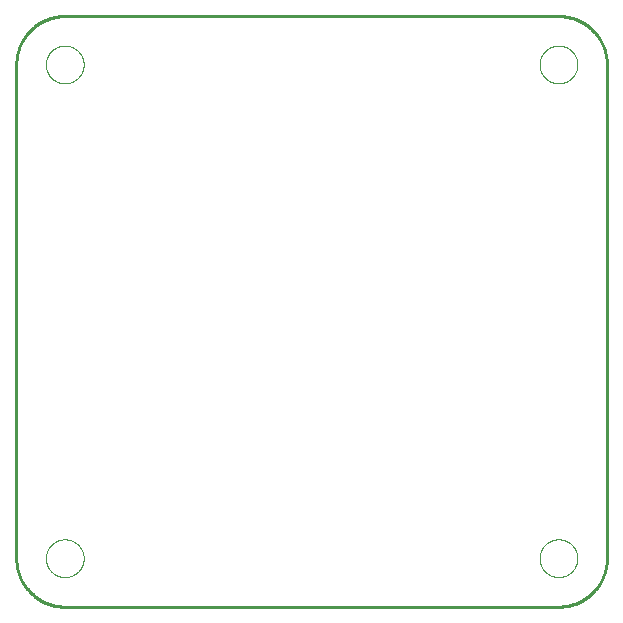
<source format=gbp>
G75*
%MOIN*%
%OFA0B0*%
%FSLAX25Y25*%
%IPPOS*%
%LPD*%
%AMOC8*
5,1,8,0,0,1.08239X$1,22.5*
%
%ADD10C,0.01000*%
%ADD11C,0.00000*%
D10*
X0016067Y0027183D02*
X0016067Y0191750D01*
X0016072Y0192140D01*
X0016086Y0192530D01*
X0016109Y0192919D01*
X0016142Y0193308D01*
X0016185Y0193696D01*
X0016236Y0194082D01*
X0016297Y0194468D01*
X0016368Y0194851D01*
X0016447Y0195233D01*
X0016536Y0195613D01*
X0016634Y0195991D01*
X0016741Y0196366D01*
X0016857Y0196738D01*
X0016982Y0197108D01*
X0017116Y0197474D01*
X0017259Y0197837D01*
X0017410Y0198197D01*
X0017570Y0198552D01*
X0017739Y0198904D01*
X0017916Y0199252D01*
X0018101Y0199595D01*
X0018295Y0199933D01*
X0018497Y0200267D01*
X0018707Y0200596D01*
X0018924Y0200920D01*
X0019150Y0201238D01*
X0019383Y0201551D01*
X0019623Y0201858D01*
X0019871Y0202159D01*
X0020127Y0202454D01*
X0020389Y0202743D01*
X0020658Y0203025D01*
X0020934Y0203301D01*
X0021216Y0203570D01*
X0021505Y0203832D01*
X0021800Y0204088D01*
X0022101Y0204336D01*
X0022408Y0204576D01*
X0022721Y0204809D01*
X0023039Y0205035D01*
X0023363Y0205252D01*
X0023692Y0205462D01*
X0024026Y0205664D01*
X0024364Y0205858D01*
X0024707Y0206043D01*
X0025055Y0206220D01*
X0025407Y0206389D01*
X0025762Y0206549D01*
X0026122Y0206700D01*
X0026485Y0206843D01*
X0026851Y0206977D01*
X0027221Y0207102D01*
X0027593Y0207218D01*
X0027968Y0207325D01*
X0028346Y0207423D01*
X0028726Y0207512D01*
X0029108Y0207591D01*
X0029491Y0207662D01*
X0029877Y0207723D01*
X0030263Y0207774D01*
X0030651Y0207817D01*
X0031040Y0207850D01*
X0031429Y0207873D01*
X0031819Y0207887D01*
X0032209Y0207892D01*
X0196776Y0207892D01*
X0197166Y0207887D01*
X0197556Y0207873D01*
X0197945Y0207850D01*
X0198334Y0207817D01*
X0198722Y0207774D01*
X0199108Y0207723D01*
X0199494Y0207662D01*
X0199877Y0207591D01*
X0200259Y0207512D01*
X0200639Y0207423D01*
X0201017Y0207325D01*
X0201392Y0207218D01*
X0201764Y0207102D01*
X0202134Y0206977D01*
X0202500Y0206843D01*
X0202863Y0206700D01*
X0203223Y0206549D01*
X0203578Y0206389D01*
X0203930Y0206220D01*
X0204278Y0206043D01*
X0204621Y0205858D01*
X0204959Y0205664D01*
X0205293Y0205462D01*
X0205622Y0205252D01*
X0205946Y0205035D01*
X0206264Y0204809D01*
X0206577Y0204576D01*
X0206884Y0204336D01*
X0207185Y0204088D01*
X0207480Y0203832D01*
X0207769Y0203570D01*
X0208051Y0203301D01*
X0208327Y0203025D01*
X0208596Y0202743D01*
X0208858Y0202454D01*
X0209114Y0202159D01*
X0209362Y0201858D01*
X0209602Y0201551D01*
X0209835Y0201238D01*
X0210061Y0200920D01*
X0210278Y0200596D01*
X0210488Y0200267D01*
X0210690Y0199933D01*
X0210884Y0199595D01*
X0211069Y0199252D01*
X0211246Y0198904D01*
X0211415Y0198552D01*
X0211575Y0198197D01*
X0211726Y0197837D01*
X0211869Y0197474D01*
X0212003Y0197108D01*
X0212128Y0196738D01*
X0212244Y0196366D01*
X0212351Y0195991D01*
X0212449Y0195613D01*
X0212538Y0195233D01*
X0212617Y0194851D01*
X0212688Y0194468D01*
X0212749Y0194082D01*
X0212800Y0193696D01*
X0212843Y0193308D01*
X0212876Y0192919D01*
X0212899Y0192530D01*
X0212913Y0192140D01*
X0212918Y0191750D01*
X0212917Y0191750D02*
X0212917Y0027183D01*
X0212918Y0027183D02*
X0212913Y0026793D01*
X0212899Y0026403D01*
X0212876Y0026014D01*
X0212843Y0025625D01*
X0212800Y0025237D01*
X0212749Y0024851D01*
X0212688Y0024465D01*
X0212617Y0024082D01*
X0212538Y0023700D01*
X0212449Y0023320D01*
X0212351Y0022942D01*
X0212244Y0022567D01*
X0212128Y0022195D01*
X0212003Y0021825D01*
X0211869Y0021459D01*
X0211726Y0021096D01*
X0211575Y0020736D01*
X0211415Y0020381D01*
X0211246Y0020029D01*
X0211069Y0019681D01*
X0210884Y0019338D01*
X0210690Y0019000D01*
X0210488Y0018666D01*
X0210278Y0018337D01*
X0210061Y0018013D01*
X0209835Y0017695D01*
X0209602Y0017382D01*
X0209362Y0017075D01*
X0209114Y0016774D01*
X0208858Y0016479D01*
X0208596Y0016190D01*
X0208327Y0015908D01*
X0208051Y0015632D01*
X0207769Y0015363D01*
X0207480Y0015101D01*
X0207185Y0014845D01*
X0206884Y0014597D01*
X0206577Y0014357D01*
X0206264Y0014124D01*
X0205946Y0013898D01*
X0205622Y0013681D01*
X0205293Y0013471D01*
X0204959Y0013269D01*
X0204621Y0013075D01*
X0204278Y0012890D01*
X0203930Y0012713D01*
X0203578Y0012544D01*
X0203223Y0012384D01*
X0202863Y0012233D01*
X0202500Y0012090D01*
X0202134Y0011956D01*
X0201764Y0011831D01*
X0201392Y0011715D01*
X0201017Y0011608D01*
X0200639Y0011510D01*
X0200259Y0011421D01*
X0199877Y0011342D01*
X0199494Y0011271D01*
X0199108Y0011210D01*
X0198722Y0011159D01*
X0198334Y0011116D01*
X0197945Y0011083D01*
X0197556Y0011060D01*
X0197166Y0011046D01*
X0196776Y0011041D01*
X0032209Y0011041D01*
X0031819Y0011046D01*
X0031429Y0011060D01*
X0031040Y0011083D01*
X0030651Y0011116D01*
X0030263Y0011159D01*
X0029877Y0011210D01*
X0029491Y0011271D01*
X0029108Y0011342D01*
X0028726Y0011421D01*
X0028346Y0011510D01*
X0027968Y0011608D01*
X0027593Y0011715D01*
X0027221Y0011831D01*
X0026851Y0011956D01*
X0026485Y0012090D01*
X0026122Y0012233D01*
X0025762Y0012384D01*
X0025407Y0012544D01*
X0025055Y0012713D01*
X0024707Y0012890D01*
X0024364Y0013075D01*
X0024026Y0013269D01*
X0023692Y0013471D01*
X0023363Y0013681D01*
X0023039Y0013898D01*
X0022721Y0014124D01*
X0022408Y0014357D01*
X0022101Y0014597D01*
X0021800Y0014845D01*
X0021505Y0015101D01*
X0021216Y0015363D01*
X0020934Y0015632D01*
X0020658Y0015908D01*
X0020389Y0016190D01*
X0020127Y0016479D01*
X0019871Y0016774D01*
X0019623Y0017075D01*
X0019383Y0017382D01*
X0019150Y0017695D01*
X0018924Y0018013D01*
X0018707Y0018337D01*
X0018497Y0018666D01*
X0018295Y0019000D01*
X0018101Y0019338D01*
X0017916Y0019681D01*
X0017739Y0020029D01*
X0017570Y0020381D01*
X0017410Y0020736D01*
X0017259Y0021096D01*
X0017116Y0021459D01*
X0016982Y0021825D01*
X0016857Y0022195D01*
X0016741Y0022567D01*
X0016634Y0022942D01*
X0016536Y0023320D01*
X0016447Y0023700D01*
X0016368Y0024082D01*
X0016297Y0024465D01*
X0016236Y0024851D01*
X0016185Y0025237D01*
X0016142Y0025625D01*
X0016109Y0026014D01*
X0016086Y0026403D01*
X0016072Y0026793D01*
X0016067Y0027183D01*
D11*
X0025910Y0027183D02*
X0025912Y0027341D01*
X0025918Y0027499D01*
X0025928Y0027657D01*
X0025942Y0027815D01*
X0025960Y0027972D01*
X0025981Y0028129D01*
X0026007Y0028285D01*
X0026037Y0028441D01*
X0026070Y0028596D01*
X0026108Y0028749D01*
X0026149Y0028902D01*
X0026194Y0029054D01*
X0026243Y0029205D01*
X0026296Y0029354D01*
X0026352Y0029502D01*
X0026412Y0029648D01*
X0026476Y0029793D01*
X0026544Y0029936D01*
X0026615Y0030078D01*
X0026689Y0030218D01*
X0026767Y0030355D01*
X0026849Y0030491D01*
X0026933Y0030625D01*
X0027022Y0030756D01*
X0027113Y0030885D01*
X0027208Y0031012D01*
X0027305Y0031137D01*
X0027406Y0031259D01*
X0027510Y0031378D01*
X0027617Y0031495D01*
X0027727Y0031609D01*
X0027840Y0031720D01*
X0027955Y0031829D01*
X0028073Y0031934D01*
X0028194Y0032036D01*
X0028317Y0032136D01*
X0028443Y0032232D01*
X0028571Y0032325D01*
X0028701Y0032415D01*
X0028834Y0032501D01*
X0028969Y0032585D01*
X0029105Y0032664D01*
X0029244Y0032741D01*
X0029385Y0032813D01*
X0029527Y0032883D01*
X0029671Y0032948D01*
X0029817Y0033010D01*
X0029964Y0033068D01*
X0030113Y0033123D01*
X0030263Y0033174D01*
X0030414Y0033221D01*
X0030566Y0033264D01*
X0030719Y0033303D01*
X0030874Y0033339D01*
X0031029Y0033370D01*
X0031185Y0033398D01*
X0031341Y0033422D01*
X0031498Y0033442D01*
X0031656Y0033458D01*
X0031813Y0033470D01*
X0031972Y0033478D01*
X0032130Y0033482D01*
X0032288Y0033482D01*
X0032446Y0033478D01*
X0032605Y0033470D01*
X0032762Y0033458D01*
X0032920Y0033442D01*
X0033077Y0033422D01*
X0033233Y0033398D01*
X0033389Y0033370D01*
X0033544Y0033339D01*
X0033699Y0033303D01*
X0033852Y0033264D01*
X0034004Y0033221D01*
X0034155Y0033174D01*
X0034305Y0033123D01*
X0034454Y0033068D01*
X0034601Y0033010D01*
X0034747Y0032948D01*
X0034891Y0032883D01*
X0035033Y0032813D01*
X0035174Y0032741D01*
X0035313Y0032664D01*
X0035449Y0032585D01*
X0035584Y0032501D01*
X0035717Y0032415D01*
X0035847Y0032325D01*
X0035975Y0032232D01*
X0036101Y0032136D01*
X0036224Y0032036D01*
X0036345Y0031934D01*
X0036463Y0031829D01*
X0036578Y0031720D01*
X0036691Y0031609D01*
X0036801Y0031495D01*
X0036908Y0031378D01*
X0037012Y0031259D01*
X0037113Y0031137D01*
X0037210Y0031012D01*
X0037305Y0030885D01*
X0037396Y0030756D01*
X0037485Y0030625D01*
X0037569Y0030491D01*
X0037651Y0030355D01*
X0037729Y0030218D01*
X0037803Y0030078D01*
X0037874Y0029936D01*
X0037942Y0029793D01*
X0038006Y0029648D01*
X0038066Y0029502D01*
X0038122Y0029354D01*
X0038175Y0029205D01*
X0038224Y0029054D01*
X0038269Y0028902D01*
X0038310Y0028749D01*
X0038348Y0028596D01*
X0038381Y0028441D01*
X0038411Y0028285D01*
X0038437Y0028129D01*
X0038458Y0027972D01*
X0038476Y0027815D01*
X0038490Y0027657D01*
X0038500Y0027499D01*
X0038506Y0027341D01*
X0038508Y0027183D01*
X0038506Y0027025D01*
X0038500Y0026867D01*
X0038490Y0026709D01*
X0038476Y0026551D01*
X0038458Y0026394D01*
X0038437Y0026237D01*
X0038411Y0026081D01*
X0038381Y0025925D01*
X0038348Y0025770D01*
X0038310Y0025617D01*
X0038269Y0025464D01*
X0038224Y0025312D01*
X0038175Y0025161D01*
X0038122Y0025012D01*
X0038066Y0024864D01*
X0038006Y0024718D01*
X0037942Y0024573D01*
X0037874Y0024430D01*
X0037803Y0024288D01*
X0037729Y0024148D01*
X0037651Y0024011D01*
X0037569Y0023875D01*
X0037485Y0023741D01*
X0037396Y0023610D01*
X0037305Y0023481D01*
X0037210Y0023354D01*
X0037113Y0023229D01*
X0037012Y0023107D01*
X0036908Y0022988D01*
X0036801Y0022871D01*
X0036691Y0022757D01*
X0036578Y0022646D01*
X0036463Y0022537D01*
X0036345Y0022432D01*
X0036224Y0022330D01*
X0036101Y0022230D01*
X0035975Y0022134D01*
X0035847Y0022041D01*
X0035717Y0021951D01*
X0035584Y0021865D01*
X0035449Y0021781D01*
X0035313Y0021702D01*
X0035174Y0021625D01*
X0035033Y0021553D01*
X0034891Y0021483D01*
X0034747Y0021418D01*
X0034601Y0021356D01*
X0034454Y0021298D01*
X0034305Y0021243D01*
X0034155Y0021192D01*
X0034004Y0021145D01*
X0033852Y0021102D01*
X0033699Y0021063D01*
X0033544Y0021027D01*
X0033389Y0020996D01*
X0033233Y0020968D01*
X0033077Y0020944D01*
X0032920Y0020924D01*
X0032762Y0020908D01*
X0032605Y0020896D01*
X0032446Y0020888D01*
X0032288Y0020884D01*
X0032130Y0020884D01*
X0031972Y0020888D01*
X0031813Y0020896D01*
X0031656Y0020908D01*
X0031498Y0020924D01*
X0031341Y0020944D01*
X0031185Y0020968D01*
X0031029Y0020996D01*
X0030874Y0021027D01*
X0030719Y0021063D01*
X0030566Y0021102D01*
X0030414Y0021145D01*
X0030263Y0021192D01*
X0030113Y0021243D01*
X0029964Y0021298D01*
X0029817Y0021356D01*
X0029671Y0021418D01*
X0029527Y0021483D01*
X0029385Y0021553D01*
X0029244Y0021625D01*
X0029105Y0021702D01*
X0028969Y0021781D01*
X0028834Y0021865D01*
X0028701Y0021951D01*
X0028571Y0022041D01*
X0028443Y0022134D01*
X0028317Y0022230D01*
X0028194Y0022330D01*
X0028073Y0022432D01*
X0027955Y0022537D01*
X0027840Y0022646D01*
X0027727Y0022757D01*
X0027617Y0022871D01*
X0027510Y0022988D01*
X0027406Y0023107D01*
X0027305Y0023229D01*
X0027208Y0023354D01*
X0027113Y0023481D01*
X0027022Y0023610D01*
X0026933Y0023741D01*
X0026849Y0023875D01*
X0026767Y0024011D01*
X0026689Y0024148D01*
X0026615Y0024288D01*
X0026544Y0024430D01*
X0026476Y0024573D01*
X0026412Y0024718D01*
X0026352Y0024864D01*
X0026296Y0025012D01*
X0026243Y0025161D01*
X0026194Y0025312D01*
X0026149Y0025464D01*
X0026108Y0025617D01*
X0026070Y0025770D01*
X0026037Y0025925D01*
X0026007Y0026081D01*
X0025981Y0026237D01*
X0025960Y0026394D01*
X0025942Y0026551D01*
X0025928Y0026709D01*
X0025918Y0026867D01*
X0025912Y0027025D01*
X0025910Y0027183D01*
X0190477Y0027183D02*
X0190479Y0027341D01*
X0190485Y0027499D01*
X0190495Y0027657D01*
X0190509Y0027815D01*
X0190527Y0027972D01*
X0190548Y0028129D01*
X0190574Y0028285D01*
X0190604Y0028441D01*
X0190637Y0028596D01*
X0190675Y0028749D01*
X0190716Y0028902D01*
X0190761Y0029054D01*
X0190810Y0029205D01*
X0190863Y0029354D01*
X0190919Y0029502D01*
X0190979Y0029648D01*
X0191043Y0029793D01*
X0191111Y0029936D01*
X0191182Y0030078D01*
X0191256Y0030218D01*
X0191334Y0030355D01*
X0191416Y0030491D01*
X0191500Y0030625D01*
X0191589Y0030756D01*
X0191680Y0030885D01*
X0191775Y0031012D01*
X0191872Y0031137D01*
X0191973Y0031259D01*
X0192077Y0031378D01*
X0192184Y0031495D01*
X0192294Y0031609D01*
X0192407Y0031720D01*
X0192522Y0031829D01*
X0192640Y0031934D01*
X0192761Y0032036D01*
X0192884Y0032136D01*
X0193010Y0032232D01*
X0193138Y0032325D01*
X0193268Y0032415D01*
X0193401Y0032501D01*
X0193536Y0032585D01*
X0193672Y0032664D01*
X0193811Y0032741D01*
X0193952Y0032813D01*
X0194094Y0032883D01*
X0194238Y0032948D01*
X0194384Y0033010D01*
X0194531Y0033068D01*
X0194680Y0033123D01*
X0194830Y0033174D01*
X0194981Y0033221D01*
X0195133Y0033264D01*
X0195286Y0033303D01*
X0195441Y0033339D01*
X0195596Y0033370D01*
X0195752Y0033398D01*
X0195908Y0033422D01*
X0196065Y0033442D01*
X0196223Y0033458D01*
X0196380Y0033470D01*
X0196539Y0033478D01*
X0196697Y0033482D01*
X0196855Y0033482D01*
X0197013Y0033478D01*
X0197172Y0033470D01*
X0197329Y0033458D01*
X0197487Y0033442D01*
X0197644Y0033422D01*
X0197800Y0033398D01*
X0197956Y0033370D01*
X0198111Y0033339D01*
X0198266Y0033303D01*
X0198419Y0033264D01*
X0198571Y0033221D01*
X0198722Y0033174D01*
X0198872Y0033123D01*
X0199021Y0033068D01*
X0199168Y0033010D01*
X0199314Y0032948D01*
X0199458Y0032883D01*
X0199600Y0032813D01*
X0199741Y0032741D01*
X0199880Y0032664D01*
X0200016Y0032585D01*
X0200151Y0032501D01*
X0200284Y0032415D01*
X0200414Y0032325D01*
X0200542Y0032232D01*
X0200668Y0032136D01*
X0200791Y0032036D01*
X0200912Y0031934D01*
X0201030Y0031829D01*
X0201145Y0031720D01*
X0201258Y0031609D01*
X0201368Y0031495D01*
X0201475Y0031378D01*
X0201579Y0031259D01*
X0201680Y0031137D01*
X0201777Y0031012D01*
X0201872Y0030885D01*
X0201963Y0030756D01*
X0202052Y0030625D01*
X0202136Y0030491D01*
X0202218Y0030355D01*
X0202296Y0030218D01*
X0202370Y0030078D01*
X0202441Y0029936D01*
X0202509Y0029793D01*
X0202573Y0029648D01*
X0202633Y0029502D01*
X0202689Y0029354D01*
X0202742Y0029205D01*
X0202791Y0029054D01*
X0202836Y0028902D01*
X0202877Y0028749D01*
X0202915Y0028596D01*
X0202948Y0028441D01*
X0202978Y0028285D01*
X0203004Y0028129D01*
X0203025Y0027972D01*
X0203043Y0027815D01*
X0203057Y0027657D01*
X0203067Y0027499D01*
X0203073Y0027341D01*
X0203075Y0027183D01*
X0203073Y0027025D01*
X0203067Y0026867D01*
X0203057Y0026709D01*
X0203043Y0026551D01*
X0203025Y0026394D01*
X0203004Y0026237D01*
X0202978Y0026081D01*
X0202948Y0025925D01*
X0202915Y0025770D01*
X0202877Y0025617D01*
X0202836Y0025464D01*
X0202791Y0025312D01*
X0202742Y0025161D01*
X0202689Y0025012D01*
X0202633Y0024864D01*
X0202573Y0024718D01*
X0202509Y0024573D01*
X0202441Y0024430D01*
X0202370Y0024288D01*
X0202296Y0024148D01*
X0202218Y0024011D01*
X0202136Y0023875D01*
X0202052Y0023741D01*
X0201963Y0023610D01*
X0201872Y0023481D01*
X0201777Y0023354D01*
X0201680Y0023229D01*
X0201579Y0023107D01*
X0201475Y0022988D01*
X0201368Y0022871D01*
X0201258Y0022757D01*
X0201145Y0022646D01*
X0201030Y0022537D01*
X0200912Y0022432D01*
X0200791Y0022330D01*
X0200668Y0022230D01*
X0200542Y0022134D01*
X0200414Y0022041D01*
X0200284Y0021951D01*
X0200151Y0021865D01*
X0200016Y0021781D01*
X0199880Y0021702D01*
X0199741Y0021625D01*
X0199600Y0021553D01*
X0199458Y0021483D01*
X0199314Y0021418D01*
X0199168Y0021356D01*
X0199021Y0021298D01*
X0198872Y0021243D01*
X0198722Y0021192D01*
X0198571Y0021145D01*
X0198419Y0021102D01*
X0198266Y0021063D01*
X0198111Y0021027D01*
X0197956Y0020996D01*
X0197800Y0020968D01*
X0197644Y0020944D01*
X0197487Y0020924D01*
X0197329Y0020908D01*
X0197172Y0020896D01*
X0197013Y0020888D01*
X0196855Y0020884D01*
X0196697Y0020884D01*
X0196539Y0020888D01*
X0196380Y0020896D01*
X0196223Y0020908D01*
X0196065Y0020924D01*
X0195908Y0020944D01*
X0195752Y0020968D01*
X0195596Y0020996D01*
X0195441Y0021027D01*
X0195286Y0021063D01*
X0195133Y0021102D01*
X0194981Y0021145D01*
X0194830Y0021192D01*
X0194680Y0021243D01*
X0194531Y0021298D01*
X0194384Y0021356D01*
X0194238Y0021418D01*
X0194094Y0021483D01*
X0193952Y0021553D01*
X0193811Y0021625D01*
X0193672Y0021702D01*
X0193536Y0021781D01*
X0193401Y0021865D01*
X0193268Y0021951D01*
X0193138Y0022041D01*
X0193010Y0022134D01*
X0192884Y0022230D01*
X0192761Y0022330D01*
X0192640Y0022432D01*
X0192522Y0022537D01*
X0192407Y0022646D01*
X0192294Y0022757D01*
X0192184Y0022871D01*
X0192077Y0022988D01*
X0191973Y0023107D01*
X0191872Y0023229D01*
X0191775Y0023354D01*
X0191680Y0023481D01*
X0191589Y0023610D01*
X0191500Y0023741D01*
X0191416Y0023875D01*
X0191334Y0024011D01*
X0191256Y0024148D01*
X0191182Y0024288D01*
X0191111Y0024430D01*
X0191043Y0024573D01*
X0190979Y0024718D01*
X0190919Y0024864D01*
X0190863Y0025012D01*
X0190810Y0025161D01*
X0190761Y0025312D01*
X0190716Y0025464D01*
X0190675Y0025617D01*
X0190637Y0025770D01*
X0190604Y0025925D01*
X0190574Y0026081D01*
X0190548Y0026237D01*
X0190527Y0026394D01*
X0190509Y0026551D01*
X0190495Y0026709D01*
X0190485Y0026867D01*
X0190479Y0027025D01*
X0190477Y0027183D01*
X0190477Y0191750D02*
X0190479Y0191908D01*
X0190485Y0192066D01*
X0190495Y0192224D01*
X0190509Y0192382D01*
X0190527Y0192539D01*
X0190548Y0192696D01*
X0190574Y0192852D01*
X0190604Y0193008D01*
X0190637Y0193163D01*
X0190675Y0193316D01*
X0190716Y0193469D01*
X0190761Y0193621D01*
X0190810Y0193772D01*
X0190863Y0193921D01*
X0190919Y0194069D01*
X0190979Y0194215D01*
X0191043Y0194360D01*
X0191111Y0194503D01*
X0191182Y0194645D01*
X0191256Y0194785D01*
X0191334Y0194922D01*
X0191416Y0195058D01*
X0191500Y0195192D01*
X0191589Y0195323D01*
X0191680Y0195452D01*
X0191775Y0195579D01*
X0191872Y0195704D01*
X0191973Y0195826D01*
X0192077Y0195945D01*
X0192184Y0196062D01*
X0192294Y0196176D01*
X0192407Y0196287D01*
X0192522Y0196396D01*
X0192640Y0196501D01*
X0192761Y0196603D01*
X0192884Y0196703D01*
X0193010Y0196799D01*
X0193138Y0196892D01*
X0193268Y0196982D01*
X0193401Y0197068D01*
X0193536Y0197152D01*
X0193672Y0197231D01*
X0193811Y0197308D01*
X0193952Y0197380D01*
X0194094Y0197450D01*
X0194238Y0197515D01*
X0194384Y0197577D01*
X0194531Y0197635D01*
X0194680Y0197690D01*
X0194830Y0197741D01*
X0194981Y0197788D01*
X0195133Y0197831D01*
X0195286Y0197870D01*
X0195441Y0197906D01*
X0195596Y0197937D01*
X0195752Y0197965D01*
X0195908Y0197989D01*
X0196065Y0198009D01*
X0196223Y0198025D01*
X0196380Y0198037D01*
X0196539Y0198045D01*
X0196697Y0198049D01*
X0196855Y0198049D01*
X0197013Y0198045D01*
X0197172Y0198037D01*
X0197329Y0198025D01*
X0197487Y0198009D01*
X0197644Y0197989D01*
X0197800Y0197965D01*
X0197956Y0197937D01*
X0198111Y0197906D01*
X0198266Y0197870D01*
X0198419Y0197831D01*
X0198571Y0197788D01*
X0198722Y0197741D01*
X0198872Y0197690D01*
X0199021Y0197635D01*
X0199168Y0197577D01*
X0199314Y0197515D01*
X0199458Y0197450D01*
X0199600Y0197380D01*
X0199741Y0197308D01*
X0199880Y0197231D01*
X0200016Y0197152D01*
X0200151Y0197068D01*
X0200284Y0196982D01*
X0200414Y0196892D01*
X0200542Y0196799D01*
X0200668Y0196703D01*
X0200791Y0196603D01*
X0200912Y0196501D01*
X0201030Y0196396D01*
X0201145Y0196287D01*
X0201258Y0196176D01*
X0201368Y0196062D01*
X0201475Y0195945D01*
X0201579Y0195826D01*
X0201680Y0195704D01*
X0201777Y0195579D01*
X0201872Y0195452D01*
X0201963Y0195323D01*
X0202052Y0195192D01*
X0202136Y0195058D01*
X0202218Y0194922D01*
X0202296Y0194785D01*
X0202370Y0194645D01*
X0202441Y0194503D01*
X0202509Y0194360D01*
X0202573Y0194215D01*
X0202633Y0194069D01*
X0202689Y0193921D01*
X0202742Y0193772D01*
X0202791Y0193621D01*
X0202836Y0193469D01*
X0202877Y0193316D01*
X0202915Y0193163D01*
X0202948Y0193008D01*
X0202978Y0192852D01*
X0203004Y0192696D01*
X0203025Y0192539D01*
X0203043Y0192382D01*
X0203057Y0192224D01*
X0203067Y0192066D01*
X0203073Y0191908D01*
X0203075Y0191750D01*
X0203073Y0191592D01*
X0203067Y0191434D01*
X0203057Y0191276D01*
X0203043Y0191118D01*
X0203025Y0190961D01*
X0203004Y0190804D01*
X0202978Y0190648D01*
X0202948Y0190492D01*
X0202915Y0190337D01*
X0202877Y0190184D01*
X0202836Y0190031D01*
X0202791Y0189879D01*
X0202742Y0189728D01*
X0202689Y0189579D01*
X0202633Y0189431D01*
X0202573Y0189285D01*
X0202509Y0189140D01*
X0202441Y0188997D01*
X0202370Y0188855D01*
X0202296Y0188715D01*
X0202218Y0188578D01*
X0202136Y0188442D01*
X0202052Y0188308D01*
X0201963Y0188177D01*
X0201872Y0188048D01*
X0201777Y0187921D01*
X0201680Y0187796D01*
X0201579Y0187674D01*
X0201475Y0187555D01*
X0201368Y0187438D01*
X0201258Y0187324D01*
X0201145Y0187213D01*
X0201030Y0187104D01*
X0200912Y0186999D01*
X0200791Y0186897D01*
X0200668Y0186797D01*
X0200542Y0186701D01*
X0200414Y0186608D01*
X0200284Y0186518D01*
X0200151Y0186432D01*
X0200016Y0186348D01*
X0199880Y0186269D01*
X0199741Y0186192D01*
X0199600Y0186120D01*
X0199458Y0186050D01*
X0199314Y0185985D01*
X0199168Y0185923D01*
X0199021Y0185865D01*
X0198872Y0185810D01*
X0198722Y0185759D01*
X0198571Y0185712D01*
X0198419Y0185669D01*
X0198266Y0185630D01*
X0198111Y0185594D01*
X0197956Y0185563D01*
X0197800Y0185535D01*
X0197644Y0185511D01*
X0197487Y0185491D01*
X0197329Y0185475D01*
X0197172Y0185463D01*
X0197013Y0185455D01*
X0196855Y0185451D01*
X0196697Y0185451D01*
X0196539Y0185455D01*
X0196380Y0185463D01*
X0196223Y0185475D01*
X0196065Y0185491D01*
X0195908Y0185511D01*
X0195752Y0185535D01*
X0195596Y0185563D01*
X0195441Y0185594D01*
X0195286Y0185630D01*
X0195133Y0185669D01*
X0194981Y0185712D01*
X0194830Y0185759D01*
X0194680Y0185810D01*
X0194531Y0185865D01*
X0194384Y0185923D01*
X0194238Y0185985D01*
X0194094Y0186050D01*
X0193952Y0186120D01*
X0193811Y0186192D01*
X0193672Y0186269D01*
X0193536Y0186348D01*
X0193401Y0186432D01*
X0193268Y0186518D01*
X0193138Y0186608D01*
X0193010Y0186701D01*
X0192884Y0186797D01*
X0192761Y0186897D01*
X0192640Y0186999D01*
X0192522Y0187104D01*
X0192407Y0187213D01*
X0192294Y0187324D01*
X0192184Y0187438D01*
X0192077Y0187555D01*
X0191973Y0187674D01*
X0191872Y0187796D01*
X0191775Y0187921D01*
X0191680Y0188048D01*
X0191589Y0188177D01*
X0191500Y0188308D01*
X0191416Y0188442D01*
X0191334Y0188578D01*
X0191256Y0188715D01*
X0191182Y0188855D01*
X0191111Y0188997D01*
X0191043Y0189140D01*
X0190979Y0189285D01*
X0190919Y0189431D01*
X0190863Y0189579D01*
X0190810Y0189728D01*
X0190761Y0189879D01*
X0190716Y0190031D01*
X0190675Y0190184D01*
X0190637Y0190337D01*
X0190604Y0190492D01*
X0190574Y0190648D01*
X0190548Y0190804D01*
X0190527Y0190961D01*
X0190509Y0191118D01*
X0190495Y0191276D01*
X0190485Y0191434D01*
X0190479Y0191592D01*
X0190477Y0191750D01*
X0025910Y0191750D02*
X0025912Y0191908D01*
X0025918Y0192066D01*
X0025928Y0192224D01*
X0025942Y0192382D01*
X0025960Y0192539D01*
X0025981Y0192696D01*
X0026007Y0192852D01*
X0026037Y0193008D01*
X0026070Y0193163D01*
X0026108Y0193316D01*
X0026149Y0193469D01*
X0026194Y0193621D01*
X0026243Y0193772D01*
X0026296Y0193921D01*
X0026352Y0194069D01*
X0026412Y0194215D01*
X0026476Y0194360D01*
X0026544Y0194503D01*
X0026615Y0194645D01*
X0026689Y0194785D01*
X0026767Y0194922D01*
X0026849Y0195058D01*
X0026933Y0195192D01*
X0027022Y0195323D01*
X0027113Y0195452D01*
X0027208Y0195579D01*
X0027305Y0195704D01*
X0027406Y0195826D01*
X0027510Y0195945D01*
X0027617Y0196062D01*
X0027727Y0196176D01*
X0027840Y0196287D01*
X0027955Y0196396D01*
X0028073Y0196501D01*
X0028194Y0196603D01*
X0028317Y0196703D01*
X0028443Y0196799D01*
X0028571Y0196892D01*
X0028701Y0196982D01*
X0028834Y0197068D01*
X0028969Y0197152D01*
X0029105Y0197231D01*
X0029244Y0197308D01*
X0029385Y0197380D01*
X0029527Y0197450D01*
X0029671Y0197515D01*
X0029817Y0197577D01*
X0029964Y0197635D01*
X0030113Y0197690D01*
X0030263Y0197741D01*
X0030414Y0197788D01*
X0030566Y0197831D01*
X0030719Y0197870D01*
X0030874Y0197906D01*
X0031029Y0197937D01*
X0031185Y0197965D01*
X0031341Y0197989D01*
X0031498Y0198009D01*
X0031656Y0198025D01*
X0031813Y0198037D01*
X0031972Y0198045D01*
X0032130Y0198049D01*
X0032288Y0198049D01*
X0032446Y0198045D01*
X0032605Y0198037D01*
X0032762Y0198025D01*
X0032920Y0198009D01*
X0033077Y0197989D01*
X0033233Y0197965D01*
X0033389Y0197937D01*
X0033544Y0197906D01*
X0033699Y0197870D01*
X0033852Y0197831D01*
X0034004Y0197788D01*
X0034155Y0197741D01*
X0034305Y0197690D01*
X0034454Y0197635D01*
X0034601Y0197577D01*
X0034747Y0197515D01*
X0034891Y0197450D01*
X0035033Y0197380D01*
X0035174Y0197308D01*
X0035313Y0197231D01*
X0035449Y0197152D01*
X0035584Y0197068D01*
X0035717Y0196982D01*
X0035847Y0196892D01*
X0035975Y0196799D01*
X0036101Y0196703D01*
X0036224Y0196603D01*
X0036345Y0196501D01*
X0036463Y0196396D01*
X0036578Y0196287D01*
X0036691Y0196176D01*
X0036801Y0196062D01*
X0036908Y0195945D01*
X0037012Y0195826D01*
X0037113Y0195704D01*
X0037210Y0195579D01*
X0037305Y0195452D01*
X0037396Y0195323D01*
X0037485Y0195192D01*
X0037569Y0195058D01*
X0037651Y0194922D01*
X0037729Y0194785D01*
X0037803Y0194645D01*
X0037874Y0194503D01*
X0037942Y0194360D01*
X0038006Y0194215D01*
X0038066Y0194069D01*
X0038122Y0193921D01*
X0038175Y0193772D01*
X0038224Y0193621D01*
X0038269Y0193469D01*
X0038310Y0193316D01*
X0038348Y0193163D01*
X0038381Y0193008D01*
X0038411Y0192852D01*
X0038437Y0192696D01*
X0038458Y0192539D01*
X0038476Y0192382D01*
X0038490Y0192224D01*
X0038500Y0192066D01*
X0038506Y0191908D01*
X0038508Y0191750D01*
X0038506Y0191592D01*
X0038500Y0191434D01*
X0038490Y0191276D01*
X0038476Y0191118D01*
X0038458Y0190961D01*
X0038437Y0190804D01*
X0038411Y0190648D01*
X0038381Y0190492D01*
X0038348Y0190337D01*
X0038310Y0190184D01*
X0038269Y0190031D01*
X0038224Y0189879D01*
X0038175Y0189728D01*
X0038122Y0189579D01*
X0038066Y0189431D01*
X0038006Y0189285D01*
X0037942Y0189140D01*
X0037874Y0188997D01*
X0037803Y0188855D01*
X0037729Y0188715D01*
X0037651Y0188578D01*
X0037569Y0188442D01*
X0037485Y0188308D01*
X0037396Y0188177D01*
X0037305Y0188048D01*
X0037210Y0187921D01*
X0037113Y0187796D01*
X0037012Y0187674D01*
X0036908Y0187555D01*
X0036801Y0187438D01*
X0036691Y0187324D01*
X0036578Y0187213D01*
X0036463Y0187104D01*
X0036345Y0186999D01*
X0036224Y0186897D01*
X0036101Y0186797D01*
X0035975Y0186701D01*
X0035847Y0186608D01*
X0035717Y0186518D01*
X0035584Y0186432D01*
X0035449Y0186348D01*
X0035313Y0186269D01*
X0035174Y0186192D01*
X0035033Y0186120D01*
X0034891Y0186050D01*
X0034747Y0185985D01*
X0034601Y0185923D01*
X0034454Y0185865D01*
X0034305Y0185810D01*
X0034155Y0185759D01*
X0034004Y0185712D01*
X0033852Y0185669D01*
X0033699Y0185630D01*
X0033544Y0185594D01*
X0033389Y0185563D01*
X0033233Y0185535D01*
X0033077Y0185511D01*
X0032920Y0185491D01*
X0032762Y0185475D01*
X0032605Y0185463D01*
X0032446Y0185455D01*
X0032288Y0185451D01*
X0032130Y0185451D01*
X0031972Y0185455D01*
X0031813Y0185463D01*
X0031656Y0185475D01*
X0031498Y0185491D01*
X0031341Y0185511D01*
X0031185Y0185535D01*
X0031029Y0185563D01*
X0030874Y0185594D01*
X0030719Y0185630D01*
X0030566Y0185669D01*
X0030414Y0185712D01*
X0030263Y0185759D01*
X0030113Y0185810D01*
X0029964Y0185865D01*
X0029817Y0185923D01*
X0029671Y0185985D01*
X0029527Y0186050D01*
X0029385Y0186120D01*
X0029244Y0186192D01*
X0029105Y0186269D01*
X0028969Y0186348D01*
X0028834Y0186432D01*
X0028701Y0186518D01*
X0028571Y0186608D01*
X0028443Y0186701D01*
X0028317Y0186797D01*
X0028194Y0186897D01*
X0028073Y0186999D01*
X0027955Y0187104D01*
X0027840Y0187213D01*
X0027727Y0187324D01*
X0027617Y0187438D01*
X0027510Y0187555D01*
X0027406Y0187674D01*
X0027305Y0187796D01*
X0027208Y0187921D01*
X0027113Y0188048D01*
X0027022Y0188177D01*
X0026933Y0188308D01*
X0026849Y0188442D01*
X0026767Y0188578D01*
X0026689Y0188715D01*
X0026615Y0188855D01*
X0026544Y0188997D01*
X0026476Y0189140D01*
X0026412Y0189285D01*
X0026352Y0189431D01*
X0026296Y0189579D01*
X0026243Y0189728D01*
X0026194Y0189879D01*
X0026149Y0190031D01*
X0026108Y0190184D01*
X0026070Y0190337D01*
X0026037Y0190492D01*
X0026007Y0190648D01*
X0025981Y0190804D01*
X0025960Y0190961D01*
X0025942Y0191118D01*
X0025928Y0191276D01*
X0025918Y0191434D01*
X0025912Y0191592D01*
X0025910Y0191750D01*
M02*

</source>
